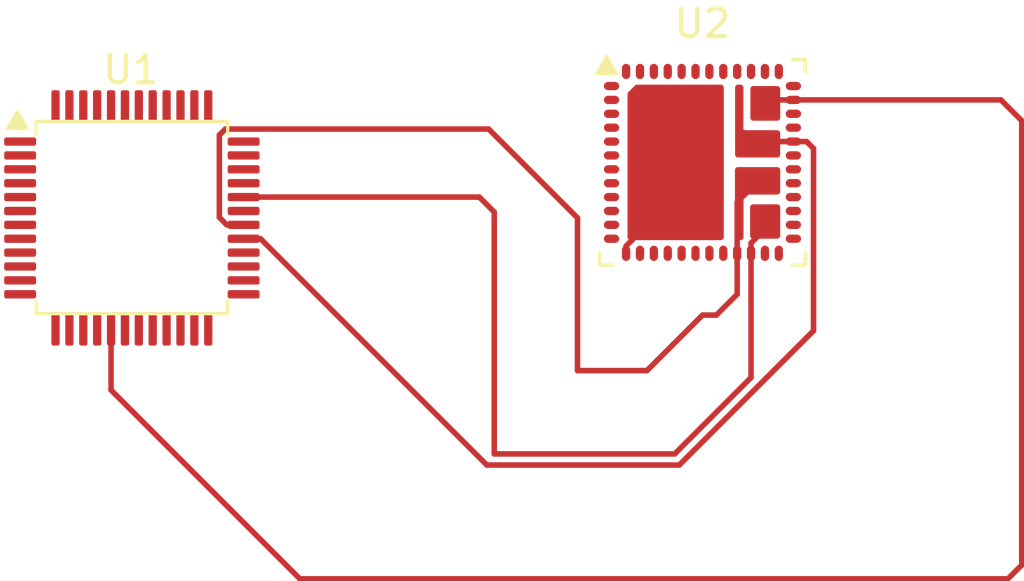
<source format=kicad_pcb>
(kicad_pcb (version 20240108) (generator "pcbnew") (generator_version "8.0")
  (layers (0 "F.Cu" signal) (31 "B.Cu" signal) (34 "B.Paste" user) (35 "F.Paste" user) (36 "B.SilkS" user "B.Silkscreen") (37 "F.SilkS" user "F.Silkscreen") (38 "B.Mask" user) (39 "F.Mask" user) (44 "Edge.Cuts" user))
  (net 0 "")
  (net 3 "Net-(U1-M6)")
  (net 10 "Net-(U1-M5)")
  (net 27 "Net-(U1-DGND)")
  (net 31 "Net-(U1-M8)")
  (net 52 "unconnected-(U2-VEE-Pad13)")
  (footprint "hw-02-footprint-prj:My_LQFP48" (layer "F.Cu") (at 143.95 82)
    (property "Reference" "U1" (at -0.03 -5.34 0) (layer "F.SilkS"))
    (property "Value" "BL0910" (hide yes))
    (fp_line (start -3.45 -3.475) (end -3.45 -3.025) (stroke (width 0.12)) (layer "F.SilkS"))
    (fp_line (start -3.45 3.45) (end -3.45 3) (stroke (width 0.12)) (layer "F.SilkS"))
    (fp_line (start -3.45 3.45) (end 3.45 3.45) (stroke (width 0.12)) (layer "F.SilkS"))
    (fp_line (start 3.45 -3.475) (end -3.45 -3.475) (stroke (width 0.12)) (layer "F.SilkS"))
    (fp_line (start 3.45 -3.475) (end 3.45 -3.025) (stroke (width 0.12)) (layer "F.SilkS"))
    (fp_line (start 3.45 3.45) (end 3.45 3) (stroke (width 0.12)) (layer "F.SilkS"))
    (fp_poly (pts (xy -4.125 -3.830665) (xy -3.775 -3.225) (xy -4.475 -3.225) (xy -4.125 -3.830665)) (stroke (width 0.12)) (fill solid) (layer "F.SilkS"))
    (pad "1" smd roundrect (at -4.025 -2.75) (size 1.15 0.3) (layers "F.Cu" "F.Paste" "F.Mask"))
    (pad "2" smd roundrect (at -4.025 -2.25) (size 1.15 0.3) (layers "F.Cu" "F.Paste" "F.Mask"))
    (pad "3" smd roundrect (at -4.025 -1.75) (size 1.15 0.3) (layers "F.Cu" "F.Paste" "F.Mask"))
    (pad "4" smd roundrect (at -4.025 -1.25) (size 1.15 0.3) (layers "F.Cu" "F.Paste" "F.Mask"))
    (pad "5" smd roundrect (at -4.025 -0.75) (size 1.15 0.3) (layers "F.Cu" "F.Paste" "F.Mask"))
    (pad "6" smd roundrect (at -4.025 -0.25) (size 1.15 0.3) (layers "F.Cu" "F.Paste" "F.Mask"))
    (pad "7" smd roundrect (at -4.025 0.25) (size 1.15 0.3) (layers "F.Cu" "F.Paste" "F.Mask"))
    (pad "8" smd roundrect (at -4.025 0.75) (size 1.15 0.3) (layers "F.Cu" "F.Paste" "F.Mask"))
    (pad "9" smd roundrect (at -4.025 1.25) (size 1.15 0.3) (layers "F.Cu" "F.Paste" "F.Mask"))
    (pad "10" smd roundrect (at -4.025 1.75) (size 1.15 0.3) (layers "F.Cu" "F.Paste" "F.Mask"))
    (pad "11" smd roundrect (at -4.025 2.25) (size 1.15 0.3) (layers "F.Cu" "F.Paste" "F.Mask"))
    (pad "12" smd roundrect (at -4.025 2.75) (size 1.15 0.3) (layers "F.Cu" "F.Paste" "F.Mask"))
    (pad "13" smd roundrect (at -2.75 4.025 90) (size 1.15 0.3) (layers "F.Cu" "F.Paste" "F.Mask"))
    (pad "14" smd roundrect (at -2.25 4.025 90) (size 1.15 0.3) (layers "F.Cu" "F.Paste" "F.Mask"))
    (pad "15" smd roundrect (at -1.75 4.025 90) (size 1.15 0.3) (layers "F.Cu" "F.Paste" "F.Mask"))
    (pad "16" smd roundrect (at -1.25 4.025 90) (size 1.15 0.3) (layers "F.Cu" "F.Paste" "F.Mask"))
    (pad "17" smd roundrect (at -0.75 4.025 90) (size 1.15 0.3) (layers "F.Cu" "F.Paste" "F.Mask") (net 27 "Net-(U1-DGND)"))
    (pad "18" smd roundrect (at -0.25 4.025 90) (size 1.15 0.3) (layers "F.Cu" "F.Paste" "F.Mask"))
    (pad "19" smd roundrect (at 0.25 4.025 90) (size 1.15 0.3) (layers "F.Cu" "F.Paste" "F.Mask"))
    (pad "20" smd roundrect (at 0.75 4.025 90) (size 1.15 0.3) (layers "F.Cu" "F.Paste" "F.Mask"))
    (pad "21" smd roundrect (at 1.25 4.025 90) (size 1.15 0.3) (layers "F.Cu" "F.Paste" "F.Mask"))
    (pad "22" smd roundrect (at 1.75 4.025 90) (size 1.15 0.3) (layers "F.Cu" "F.Paste" "F.Mask"))
    (pad "23" smd roundrect (at 2.25 4.025 90) (size 1.15 0.3) (layers "F.Cu" "F.Paste" "F.Mask"))
    (pad "24" smd roundrect (at 2.75 4.025 90) (size 1.15 0.3) (layers "F.Cu" "F.Paste" "F.Mask"))
    (pad "25" smd roundrect (at 4.025 2.75) (size 1.15 0.3) (layers "F.Cu" "F.Paste" "F.Mask"))
    (pad "26" smd roundrect (at 4.025 2.25) (size 1.15 0.3) (layers "F.Cu" "F.Paste" "F.Mask"))
    (pad "27" smd roundrect (at 4.025 1.75) (size 1.15 0.3) (layers "F.Cu" "F.Paste" "F.Mask"))
    (pad "28" smd roundrect (at 4.025 1.25) (size 1.15 0.3) (layers "F.Cu" "F.Paste" "F.Mask"))
    (pad "29" smd roundrect (at 4.025 0.75) (size 1.15 0.3) (layers "F.Cu" "F.Paste" "F.Mask") (net 10 "Net-(U1-M5)"))
    (pad "30" smd roundrect (at 4.025 0.25) (size 1.15 0.3) (layers "F.Cu" "F.Paste" "F.Mask") (net 3 "Net-(U1-M6)"))
    (pad "31" smd roundrect (at 4.025 -0.25) (size 1.15 0.3) (layers "F.Cu" "F.Paste" "F.Mask"))
    (pad "32" smd roundrect (at 4.025 -0.75) (size 1.15 0.3) (layers "F.Cu" "F.Paste" "F.Mask") (net 31 "Net-(U1-M8)"))
    (pad "33" smd roundrect (at 4.025 -1.25) (size 1.15 0.3) (layers "F.Cu" "F.Paste" "F.Mask"))
    (pad "34" smd roundrect (at 4.025 -1.75) (size 1.15 0.3) (layers "F.Cu" "F.Paste" "F.Mask"))
    (pad "35" smd roundrect (at 4.025 -2.25) (size 1.15 0.3) (layers "F.Cu" "F.Paste" "F.Mask"))
    (pad "36" smd roundrect (at 4.025 -2.75) (size 1.15 0.3) (layers "F.Cu" "F.Paste" "F.Mask"))
    (pad "37" smd roundrect (at 2.75 -4.025 90) (size 1.15 0.3) (layers "F.Cu" "F.Paste" "F.Mask"))
    (pad "38" smd roundrect (at 2.25 -4.025 90) (size 1.15 0.3) (layers "F.Cu" "F.Paste" "F.Mask"))
    (pad "39" smd roundrect (at 1.75 -4.025 90) (size 1.15 0.3) (layers "F.Cu" "F.Paste" "F.Mask"))
    (pad "40" smd roundrect (at 1.25 -4.025 90) (size 1.15 0.3) (layers "F.Cu" "F.Paste" "F.Mask"))
    (pad "41" smd roundrect (at 0.75 -4.025 90) (size 1.15 0.3) (layers "F.Cu" "F.Paste" "F.Mask"))
    (pad "42" smd roundrect (at 0.25 -4.025 90) (size 1.15 0.3) (layers "F.Cu" "F.Paste" "F.Mask"))
    (pad "43" smd roundrect (at -0.25 -4.025 90) (size 1.15 0.3) (layers "F.Cu" "F.Paste" "F.Mask"))
    (pad "44" smd roundrect (at -0.75 -4.025 90) (size 1.15 0.3) (layers "F.Cu" "F.Paste" "F.Mask"))
    (pad "45" smd roundrect (at -1.25 -4.025 90) (size 1.15 0.3) (layers "F.Cu" "F.Paste" "F.Mask"))
    (pad "46" smd roundrect (at -1.75 -4.025 90) (size 1.15 0.3) (layers "F.Cu" "F.Paste" "F.Mask"))
    (pad "47" smd roundrect (at -2.25 -4.025 90) (size 1.15 0.3) (layers "F.Cu" "F.Paste" "F.Mask"))
    (pad "48" smd roundrect (at -2.75 -4.025 90) (size 1.15 0.3) (layers "F.Cu" "F.Paste" "F.Mask"))
  )
  (footprint "hw-02-footprint-prj:My_QFN48L" (layer "F.Cu") (at 164.5 80)
    (property "Reference" "U2" (at 0 -5 0) (layer "F.SilkS"))
    (property "Value" "XS2184" (hide yes))
    (fp_line (start -3.7 3.7) (end -3.7 3.25) (stroke (width 0.12)) (layer "F.SilkS"))
    (fp_line (start -3.25 3.7) (end -3.7 3.7) (stroke (width 0.12)) (layer "F.SilkS"))
    (fp_line (start 3.25 -3.7) (end 3.7 -3.7) (stroke (width 0.12)) (layer "F.SilkS"))
    (fp_line (start 3.25 3.7) (end 3.7 3.7) (stroke (width 0.12)) (layer "F.SilkS"))
    (fp_line (start 3.7 -3.7) (end 3.7 -3.25) (stroke (width 0.12)) (layer "F.SilkS"))
    (fp_line (start 3.7 3.7) (end 3.7 3.25) (stroke (width 0.12)) (layer "F.SilkS"))
    (fp_poly (pts (xy -3.45 -3.805665) (xy -3.1 -3.2) (xy -3.8 -3.2) (xy -3.45 -3.805665)) (stroke (width 0.12)) (fill solid) (layer "F.SilkS"))
    (fp_poly (pts (xy -3.45 -3.805665) (xy -3.1 -3.2) (xy -3.8 -3.2) (xy -3.45 -3.805665)) (stroke (width 0.12)) (fill solid) (layer "F.SilkS"))
    (pad "1" smd oval (at -3.275 -2.75 90) (size 0.3 0.55) (layers "F.Cu" "F.Paste" "F.Mask"))
    (pad "2" smd oval (at -3.275 -2.25 90) (size 0.3 0.55) (layers "F.Cu" "F.Paste" "F.Mask"))
    (pad "3" smd oval (at -3.275 -1.75 90) (size 0.3 0.55) (layers "F.Cu" "F.Paste" "F.Mask"))
    (pad "4" smd oval (at -3.275 -1.25 90) (size 0.3 0.55) (layers "F.Cu" "F.Paste" "F.Mask"))
    (pad "5" smd oval (at -3.275 -0.75 90) (size 0.3 0.55) (layers "F.Cu" "F.Paste" "F.Mask"))
    (pad "6" smd oval (at -3.275 -0.25 90) (size 0.3 0.55) (layers "F.Cu" "F.Paste" "F.Mask"))
    (pad "7" smd oval (at -3.275 0.25 90) (size 0.3 0.55) (layers "F.Cu" "F.Paste" "F.Mask"))
    (pad "8" smd oval (at -3.275 0.75 90) (size 0.3 0.55) (layers "F.Cu" "F.Paste" "F.Mask"))
    (pad "9" smd oval (at -3.275 1.25 90) (size 0.3 0.55) (layers "F.Cu" "F.Paste" "F.Mask"))
    (pad "10" smd oval (at -3.275 1.75 90) (size 0.3 0.55) (layers "F.Cu" "F.Paste" "F.Mask"))
    (pad "11" smd oval (at -3.275 2.25 90) (size 0.3 0.55) (layers "F.Cu" "F.Paste" "F.Mask"))
    (pad "12" smd oval (at -3.275 2.75 90) (size 0.3 0.55) (layers "F.Cu" "F.Paste" "F.Mask"))
    (pad "13" smd oval (at -2.75 3.275) (size 0.3 0.55) (layers "F.Cu" "F.Paste" "F.Mask") (net 52 "unconnected-(U2-VEE-Pad13)"))
    (pad "13" smd custom (at -0.93 -0.375) (size 1.524 1.524) (layers "F.Cu" "F.Paste" "F.Mask") (net 52 "unconnected-(U2-VEE-Pad13)") (options (clearance outline) (anchor circle)) (primitives (gr_poly (pts (xy -1.67 3.075) (xy -1.67 -2.085) (xy -1.43 -2.325) (xy 1.6 -2.325) (xy 1.6 3.075)) (width 0.2) (fill yes)) (gr_line (start 0 0) (end 0.025 -0.565) (width 0.2)) (gr_poly (pts (xy -1.148 0.209) (xy -1.132161 0.100287) (xy -1.077076 -0.01239) (xy -0.98839 -0.101076) (xy -0.875713 -0.156161) (xy -0.767 -0.172) (xy 0.757 -0.172) (xy 0.865713 -0.156161) (xy 0.97839 -0.101076) (xy 1.067076 -0.01239) (xy 1.122161 0.100287) (xy 1.138 0.209) (xy 1.138 0.971) (xy 1.122161 1.079713) (xy 1.067076 1.19239) (xy 0.97839 1.281076) (xy 0.865713 1.336161) (xy 0.757 1.352) (xy -0.767 1.352) (xy -0.875713 1.336161) (xy -0.98839 1.281076) (xy -1.077076 1.19239) (xy -1.132161 1.079713) (xy -1.148 0.971)) (width 0) (fill yes))))
    (pad "14" smd oval (at -2.25 3.275) (size 0.3 0.55) (layers "F.Cu" "F.Paste" "F.Mask"))
    (pad "15" smd oval (at -1.75 3.275) (size 0.3 0.55) (layers "F.Cu" "F.Paste" "F.Mask"))
    (pad "16" smd oval (at -1.25 3.275) (size 0.3 0.55) (layers "F.Cu" "F.Paste" "F.Mask"))
    (pad "17" smd oval (at -0.75 3.275) (size 0.3 0.55) (layers "F.Cu" "F.Paste" "F.Mask"))
    (pad "18" smd oval (at -0.25 3.275) (size 0.3 0.55) (layers "F.Cu" "F.Paste" "F.Mask"))
    (pad "19" smd oval (at 0.25 3.275) (size 0.3 0.55) (layers "F.Cu" "F.Paste" "F.Mask"))
    (pad "20" smd oval (at 0.75 3.275) (size 0.3 0.55) (layers "F.Cu" "F.Paste" "F.Mask"))
    (pad "21" smd oval (at 1.25 3.275) (size 0.3 0.55) (layers "F.Cu" "F.Paste" "F.Mask") (net 3 "Net-(U1-M6)"))
    (pad "21" smd custom (at 2.07 0.61) (size 0.707 0.707) (layers "F.Cu" "F.Paste" "F.Mask") (net 3 "Net-(U1-M6)") (options (clearance outline) (anchor circle)) (primitives (gr_poly (pts (xy -0.439 -0.17675) (xy -0.425546 -0.244389) (xy -0.387231 -0.301731) (xy -0.329889 -0.340046) (xy -0.26225 -0.3535) (xy 0.26225 -0.3535) (xy 0.329889 -0.340046) (xy 0.387231 -0.301731) (xy 0.425546 -0.244389) (xy 0.439 -0.17675) (xy 0.439 0.17675) (xy 0.425546 0.244389) (xy 0.387231 0.301731) (xy 0.329889 0.340046) (xy 0.26225 0.3535) (xy -0.26225 0.3535) (xy -0.329889 0.340046) (xy -0.387231 0.301731) (xy -0.425546 0.244389) (xy -0.439 0.17675)) (width 0) (fill yes)) (gr_poly (pts (xy -0.8 2.09) (xy -0.8 -0.34) (xy 0.63 -0.34) (xy 0.63 0.45) (xy -0.69 0.45) (xy -0.69 2.09)) (width 0.2) (fill yes)) (gr_arc (start -0.64 0.60694) (mid -0.608287 0.530162) (end -0.530493 0.500979) (width 0.1))))
    (pad "22" smd oval (at 1.75 3.275) (size 0.3 0.55) (layers "F.Cu" "F.Paste" "F.Mask") (net 31 "Net-(U1-M8)"))
    (pad "22" smd custom (at 2.26 2.13) (size 0.772 0.772) (layers "F.Cu" "F.Paste" "F.Mask") (net 31 "Net-(U1-M8)") (options (clearance outline) (anchor circle)) (primitives (gr_poly (pts (xy -0.4915 -0.193) (xy -0.476809 -0.266858) (xy -0.434972 -0.329472) (xy -0.372358 -0.371309) (xy -0.2985 -0.386) (xy 0.2985 -0.386) (xy 0.372358 -0.371309) (xy 0.434972 -0.329472) (xy 0.476809 -0.266858) (xy 0.4915 -0.193) (xy 0.4915 0.193) (xy 0.476809 0.266858) (xy 0.434972 0.329472) (xy 0.372358 0.371309) (xy 0.2985 0.386) (xy -0.2985 0.386) (xy -0.372358 0.371309) (xy -0.434972 0.329472) (xy -0.476809 0.266858) (xy -0.4915 0.193)) (width 0) (fill yes)) (gr_poly (pts (xy -0.445 0.52) (xy -0.445 -0.52) (xy 0.44 -0.52) (xy 0.44 0.52)) (width 0.2) (fill yes))))
    (pad "23" smd oval (at 2.25 3.275) (size 0.3 0.55) (layers "F.Cu" "F.Paste" "F.Mask"))
    (pad "24" smd oval (at 2.75 3.275) (size 0.3 0.55) (layers "F.Cu" "F.Paste" "F.Mask"))
    (pad "25" smd oval (at 3.275 2.75 90) (size 0.3 0.55) (layers "F.Cu" "F.Paste" "F.Mask"))
    (pad "26" smd oval (at 3.275 2.25 90) (size 0.3 0.55) (layers "F.Cu" "F.Paste" "F.Mask"))
    (pad "27" smd oval (at 3.275 1.75 90) (size 0.3 0.55) (layers "F.Cu" "F.Paste" "F.Mask"))
    (pad "28" smd oval (at 3.275 1.25 90) (size 0.3 0.55) (layers "F.Cu" "F.Paste" "F.Mask"))
    (pad "29" smd oval (at 3.275 0.75 90) (size 0.3 0.55) (layers "F.Cu" "F.Paste" "F.Mask"))
    (pad "30" smd oval (at 3.275 0.25 90) (size 0.3 0.55) (layers "F.Cu" "F.Paste" "F.Mask"))
    (pad "31" smd oval (at 3.275 -0.25 90) (size 0.3 0.55) (layers "F.Cu" "F.Paste" "F.Mask"))
    (pad "32" smd custom (at 2.065 -0.63) (size 0.716 0.716) (layers "F.Cu" "F.Paste" "F.Mask") (net 10 "Net-(U1-M5)") (options (clearance outline) (anchor circle)) (primitives (gr_poly (pts (xy -0.79 -2.07) (xy -0.69 -2.07) (xy -0.69 -0.43) (xy 0.635 -0.43) (xy 0.635 0.355) (xy -0.79 0.355)) (width 0.2) (fill yes)) (gr_arc (start -0.531937 -0.48) (mid -0.60999 -0.51353) (end -0.639453 -0.593205) (width 0.1)) (gr_poly (pts (xy -0.59075 -0.179) (xy -0.577124 -0.2475) (xy -0.538322 -0.305572) (xy -0.48025 -0.344374) (xy -0.41175 -0.358) (xy 0.41175 -0.358) (xy 0.48025 -0.344374) (xy 0.538322 -0.305572) (xy 0.577124 -0.2475) (xy 0.59075 -0.179) (xy 0.59075 0.179) (xy 0.577124 0.2475) (xy 0.538322 0.305572) (xy 0.48025 0.344374) (xy 0.41175 0.358) (xy -0.41175 0.358) (xy -0.48025 0.344374) (xy -0.538322 0.305572) (xy -0.577124 0.2475) (xy -0.59075 0.179)) (width 0) (fill yes))))
    (pad "32" smd oval (at 3.275 -0.75 90) (size 0.3 0.55) (layers "F.Cu" "F.Paste" "F.Mask") (net 10 "Net-(U1-M5)"))
    (pad "33" smd oval (at 3.275 -1.25 90) (size 0.3 0.55) (layers "F.Cu" "F.Paste" "F.Mask"))
    (pad "34" smd oval (at 3.275 -1.75 90) (size 0.3 0.55) (layers "F.Cu" "F.Paste" "F.Mask"))
    (pad "35" smd custom (at 2.215 -2.25) (size 0.557 0.557) (layers "F.Cu" "F.Paste" "F.Mask") (net 27 "Net-(U1-DGND)") (options (clearance outline) (anchor circle)) (primitives (gr_poly (pts (xy -0.344 -0.13925) (xy -0.3334 -0.192539) (xy -0.303215 -0.237715) (xy -0.258039 -0.2679) (xy -0.20475 -0.2785) (xy 0.20475 -0.2785) (xy 0.258039 -0.2679) (xy 0.303215 -0.237715) (xy 0.3334 -0.192539) (xy 0.344 -0.13925) (xy 0.344 0.13925) (xy 0.3334 0.192539) (xy 0.303215 0.237715) (xy 0.258039 0.2679) (xy 0.20475 0.2785) (xy -0.20475 0.2785) (xy -0.258039 0.2679) (xy -0.303215 0.237715) (xy -0.3334 0.192539) (xy -0.344 0.13925)) (width 0) (fill yes)) (gr_poly (pts (xy -0.39 -0.4) (xy -0.39 0.65) (xy 0.485 0.65) (xy 0.485 -0.4)) (width 0.2) (fill yes))))
    (pad "35" smd oval (at 3.275 -2.25 90) (size 0.3 0.55) (layers "F.Cu" "F.Paste" "F.Mask") (net 27 "Net-(U1-DGND)"))
    (pad "36" smd oval (at 3.275 -2.75 90) (size 0.3 0.55) (layers "F.Cu" "F.Paste" "F.Mask"))
    (pad "37" smd oval (at 2.75 -3.275) (size 0.3 0.55) (layers "F.Cu" "F.Paste" "F.Mask"))
    (pad "38" smd oval (at 2.25 -3.275) (size 0.3 0.55) (layers "F.Cu" "F.Paste" "F.Mask"))
    (pad "39" smd oval (at 1.75 -3.275) (size 0.3 0.55) (layers "F.Cu" "F.Paste" "F.Mask"))
    (pad "40" smd oval (at 1.25 -3.275) (size 0.3 0.55) (layers "F.Cu" "F.Paste" "F.Mask"))
    (pad "41" smd oval (at 0.75 -3.275) (size 0.3 0.55) (layers "F.Cu" "F.Paste" "F.Mask"))
    (pad "42" smd oval (at 0.25 -3.275) (size 0.3 0.55) (layers "F.Cu" "F.Paste" "F.Mask"))
    (pad "43" smd oval (at -0.25 -3.275) (size 0.3 0.55) (layers "F.Cu" "F.Paste" "F.Mask"))
    (pad "44" smd oval (at -0.75 -3.275) (size 0.3 0.55) (layers "F.Cu" "F.Paste" "F.Mask"))
    (pad "45" smd oval (at -1.25 -3.275) (size 0.3 0.55) (layers "F.Cu" "F.Paste" "F.Mask"))
    (pad "46" smd oval (at -1.75 -3.275) (size 0.3 0.55) (layers "F.Cu" "F.Paste" "F.Mask"))
    (pad "47" smd oval (at -2.25 -3.275) (size 0.3 0.55) (layers "F.Cu" "F.Paste" "F.Mask"))
    (pad "48" smd oval (at -2.75 -3.275) (size 0.3 0.55) (layers "F.Cu" "F.Paste" "F.Mask"))
  )
  (segment (start 147.31759 78.8) (end 156.8 78.8) (width 0.2) (layer "F.Cu") (net 3))
  (segment (start 147.975 82.25) (end 147.36759 82.25) (width 0.2) (layer "F.Cu") (net 3))
  (segment (start 165 85.5) (end 165.75 84.75) (width 0.2) (layer "F.Cu") (net 3))
  (segment (start 165.75 81.43) (end 166.57 80.61) (width 0.2) (layer "F.Cu") (net 3))
  (segment (start 147.1 79.01759) (end 147.31759 78.8) (width 0.2) (layer "F.Cu") (net 3))
  (segment (start 156.8 78.8) (end 160 82) (width 0.2) (layer "F.Cu") (net 3))
  (segment (start 160 87.5) (end 162.5 87.5) (width 0.2) (layer "F.Cu") (net 3))
  (segment (start 165.75 84.75) (end 165.75 83.275) (width 0.2) (layer "F.Cu") (net 3))
  (segment (start 147.1 81.98241) (end 147.1 79.01759) (width 0.2) (layer "F.Cu") (net 3))
  (segment (start 165.75 83.275) (end 165.75 81.43) (width 0.2) (layer "F.Cu") (net 3))
  (segment (start 162.5 87.5) (end 164.5 85.5) (width 0.2) (layer "F.Cu") (net 3))
  (segment (start 164.5 85.5) (end 165 85.5) (width 0.2) (layer "F.Cu") (net 3))
  (segment (start 147.36759 82.25) (end 147.1 81.98241) (width 0.2) (layer "F.Cu") (net 3))
  (segment (start 160 82) (end 160 87.5) (width 0.2) (layer "F.Cu") (net 3))
  (segment (start 163.665686 90.9) (end 168.5 86.065686) (width 0.2) (layer "F.Cu") (net 10))
  (segment (start 167.775 79.25) (end 166.685 79.25) (width 0.2) (layer "F.Cu") (net 10))
  (segment (start 148.58241 82.75) (end 156.73241 90.9) (width 0.2) (layer "F.Cu") (net 10))
  (segment (start 147.975 82.75) (end 148.58241 82.75) (width 0.2) (layer "F.Cu") (net 10))
  (segment (start 166.685 79.25) (end 166.565 79.37) (width 0.2) (layer "F.Cu") (net 10))
  (segment (start 168.5 86.065686) (end 168.5 79.5) (width 0.2) (layer "F.Cu") (net 10))
  (segment (start 156.73241 90.9) (end 163.665686 90.9) (width 0.2) (layer "F.Cu") (net 10))
  (segment (start 168.5 79.5) (end 168.25 79.25) (width 0.2) (layer "F.Cu") (net 10))
  (segment (start 168.25 79.25) (end 167.775 79.25) (width 0.2) (layer "F.Cu") (net 10))
  (segment (start 143.2 88.2) (end 150 95) (width 0.2) (layer "F.Cu") (net 27))
  (segment (start 175.25 77.75) (end 167.775 77.75) (width 0.2) (layer "F.Cu") (net 27))
  (segment (start 143.2 86.025) (end 143.2 88.2) (width 0.2) (layer "F.Cu") (net 27))
  (segment (start 166.715 77.75) (end 167.775 77.75) (width 0.2) (layer "F.Cu") (net 27))
  (segment (start 150 95) (end 175.5 95) (width 0.2) (layer "F.Cu") (net 27))
  (segment (start 176 94.5) (end 176 78.5) (width 0.2) (layer "F.Cu") (net 27))
  (segment (start 175.5 95) (end 176 94.5) (width 0.2) (layer "F.Cu") (net 27))
  (segment (start 176 78.5) (end 175.25 77.75) (width 0.2) (layer "F.Cu") (net 27))
  (segment (start 147.975 81.25) (end 156.463604 81.25) (width 0.2) (layer "F.Cu") (net 31))
  (segment (start 156.463604 81.25) (end 157 81.786396) (width 0.2) (layer "F.Cu") (net 31))
  (segment (start 157 90.5) (end 163.5 90.5) (width 0.2) (layer "F.Cu") (net 31))
  (segment (start 166.25 83.275) (end 166.25 82.907914) (width 0.2) (layer "F.Cu") (net 31))
  (segment (start 163.5 90.5) (end 166.25 87.75) (width 0.2) (layer "F.Cu") (net 31))
  (segment (start 166.25 87.75) (end 166.25 83.275) (width 0.2) (layer "F.Cu") (net 31))
  (segment (start 166.25 82.907914) (end 166.893957 82.263957) (width 0.2) (layer "F.Cu") (net 31))
  (segment (start 157 81.786396) (end 157 90.5) (width 0.2) (layer "F.Cu") (net 31))
  (segment (start 161.8 83.225) (end 161.75 83.275) (width 0.2) (layer "F.Cu") (net 52))
  (segment (start 162 82.763604) (end 162 82.5) (width 0.2) (layer "F.Cu") (net 52))
  (segment (start 161.75 83.275) (end 161.75 83.013604) (width 0.2) (layer "F.Cu") (net 52))
  (segment (start 161.75 83.013604) (end 162 82.763604) (width 0.2) (layer "F.Cu") (net 52))
)
</source>
